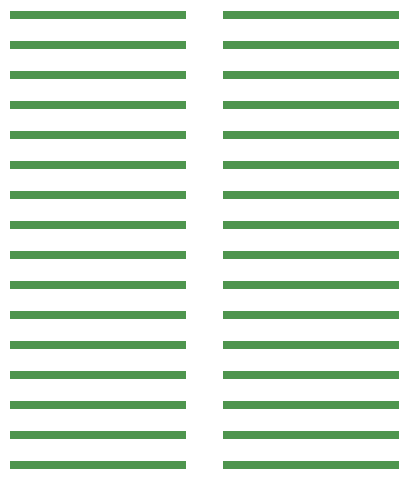
<source format=gbp>
G04*
G04 #@! TF.GenerationSoftware,Altium Limited,Altium Designer,19.0.14 (431)*
G04*
G04 Layer_Color=128*
%FSLAX44Y44*%
%MOMM*%
G71*
G01*
G75*
%ADD53R,15.0000X0.7000*%
D53*
X1080770Y657860D02*
D03*
Y632460D02*
D03*
Y607060D02*
D03*
Y581660D02*
D03*
Y556260D02*
D03*
Y530860D02*
D03*
Y505460D02*
D03*
Y480060D02*
D03*
X900430D02*
D03*
Y505460D02*
D03*
Y530860D02*
D03*
Y556260D02*
D03*
Y581660D02*
D03*
Y607060D02*
D03*
Y632460D02*
D03*
Y657860D02*
D03*
Y861060D02*
D03*
Y835660D02*
D03*
Y810260D02*
D03*
Y784860D02*
D03*
Y759460D02*
D03*
Y734060D02*
D03*
Y708660D02*
D03*
Y683260D02*
D03*
X1080770D02*
D03*
Y708660D02*
D03*
Y734060D02*
D03*
Y759460D02*
D03*
Y784860D02*
D03*
Y810260D02*
D03*
Y835660D02*
D03*
Y861060D02*
D03*
M02*

</source>
